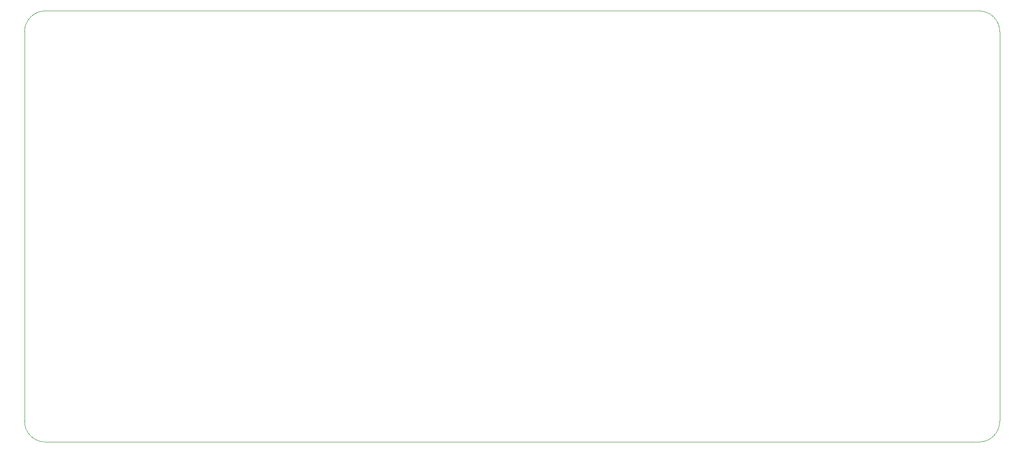
<source format=gbr>
%TF.GenerationSoftware,KiCad,Pcbnew,(6.0.2)*%
%TF.CreationDate,2022-03-13T11:15:41+01:00*%
%TF.ProjectId,TheDAC_v1,54686544-4143-45f7-9631-2e6b69636164,0*%
%TF.SameCoordinates,PX1e47770PY231fb30*%
%TF.FileFunction,Profile,NP*%
%FSLAX46Y46*%
G04 Gerber Fmt 4.6, Leading zero omitted, Abs format (unit mm)*
G04 Created by KiCad (PCBNEW (6.0.2)) date 2022-03-13 11:15:41*
%MOMM*%
%LPD*%
G01*
G04 APERTURE LIST*
%TA.AperFunction,Profile*%
%ADD10C,0.050000*%
%TD*%
G04 APERTURE END LIST*
D10*
X3810000Y-78740000D02*
X173990000Y-78740000D01*
X173990000Y0D02*
X3810000Y0D01*
X177800000Y-74930000D02*
X177800000Y-3810000D01*
X173990000Y-78740000D02*
G75*
G03*
X177800000Y-74930000I1J3809999D01*
G01*
X0Y-3810000D02*
X0Y-74930000D01*
X0Y-74930000D02*
G75*
G03*
X3810000Y-78740000I3809999J-1D01*
G01*
X3810000Y0D02*
G75*
G03*
X0Y-3810000I-1J-3809999D01*
G01*
X177800000Y-3810000D02*
G75*
G03*
X173990000Y0I-3809999J1D01*
G01*
M02*

</source>
